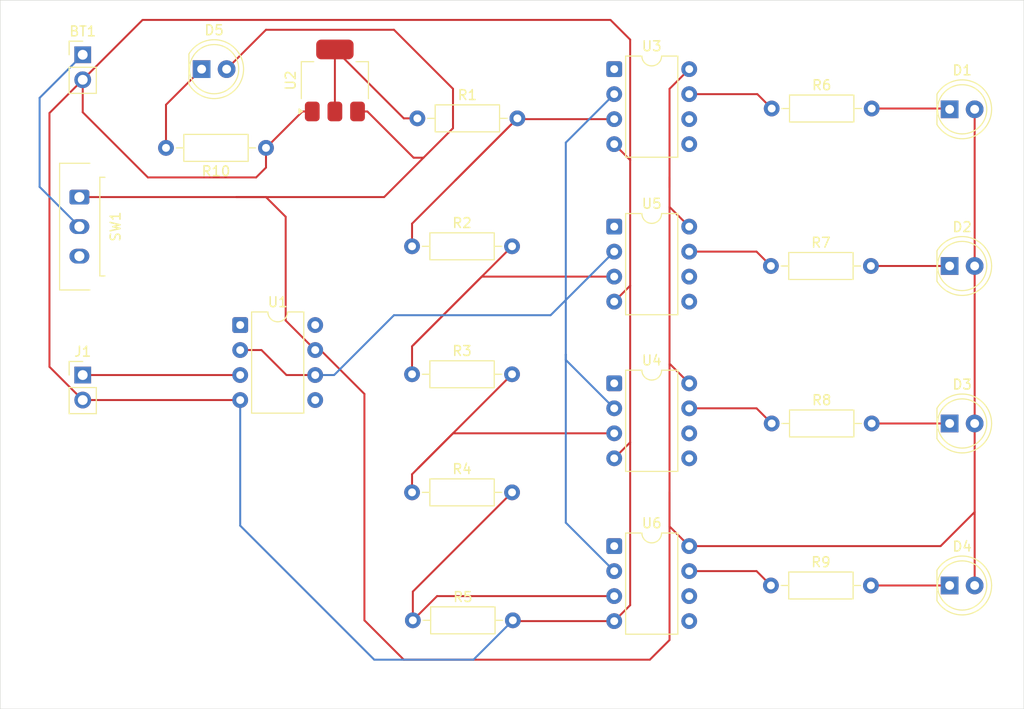
<source format=kicad_pcb>
(kicad_pcb (version 20241229) (generator "pcbnew") (generator_version "9.0")
  (layers (0 "F.Cu" signal) (2 "B.Cu" signal) (13 "F.Paste" user) (15 "B.Paste" user) (5 "F.SilkS" user "F.Silkscreen") (7 "B.SilkS" user "B.Silkscreen") (1 "F.Mask" user) (3 "B.Mask" user) (25 "Edge.Cuts" user))
  (net 0 "")
  (net 1 "+3V0")
  (net 2 "GND")
  (net 3 "Net-(D1-K)")
  (net 4 "Net-(D2-K)")
  (net 5 "Net-(D3-K)")
  (net 6 "Net-(D4-K)")
  (net 7 "Net-(U3--)")
  (net 8 "Net-(U2-VO)")
  (net 9 "Net-(U1--)")
  (net 10 "Net-(U6--)")
  (net 11 "Net-(R6-Pad1)")
  (net 12 "Net-(R7-Pad1)")
  (net 13 "Net-(R8-Pad1)")
  (net 14 "Net-(R9-Pad1)")
  (net 30 "Net-(J1-Pin_1)")
  (net 31 "Net-(U5--)")
  (net 32 "Net-(U4--)")
  (net 33 "Net-(D5-K)")
  (net 34 "Net-(BT1-+)")
  (footprint "LED_THT:LED_D5.0mm" (layer "F.Cu") (at 164.46 76.08)
    (property "Reference" "D1" (at 1.27 -3.96 0) (layer "F.SilkS"))
    (property "Value" "1.5V")
    (fp_line (start -1.29 -1.545) (end -1.29 1.545) (stroke (width 0.12)) (layer "F.SilkS"))
    (fp_arc (start -1.29 -1.54483) (mid 2.071779 -2.880495) (end 4.26 0) (stroke (width 0.12)) (layer "F.SilkS"))
    (fp_arc (start 4.26 0) (mid 2.071779 2.880495) (end -1.29 1.54483) (stroke (width 0.12)) (layer "F.SilkS"))
    (fp_circle (center 1.27 0) (end 3.77 0) (stroke (width 0.12)) (fill no) (layer "F.SilkS"))
    (pad "1" thru_hole rect (at 0 0) (size 1.8 1.8) (drill 0.9) (layers "*.Cu" "*.Mask") (net 3 "Net-(D1-K)"))
    (pad "2" thru_hole circle (at 2.54 0) (size 1.8 1.8) (drill 0.9) (layers "*.Cu" "*.Mask") (net 1 "+3V0"))
  )
  (footprint "Package_DIP:DIP-8_W7.62mm" (layer "F.Cu") (at 92.38 98)
    (property "Reference" "U1" (at 3.81 -2.33 0) (layer "F.SilkS"))
    (property "Value" "LM741")
    (fp_line (start 1.16 -1.33) (end 1.16 8.95) (stroke (width 0.12)) (layer "F.SilkS"))
    (fp_line (start 1.16 8.95) (end 6.46 8.95) (stroke (width 0.12)) (layer "F.SilkS"))
    (fp_line (start 2.81 -1.33) (end 1.16 -1.33) (stroke (width 0.12)) (layer "F.SilkS"))
    (fp_line (start 6.46 -1.33) (end 4.81 -1.33) (stroke (width 0.12)) (layer "F.SilkS"))
    (fp_line (start 6.46 8.95) (end 6.46 -1.33) (stroke (width 0.12)) (layer "F.SilkS"))
    (fp_arc (start 4.81 -1.33) (mid 3.81 -0.33) (end 2.81 -1.33) (stroke (width 0.12)) (layer "F.SilkS"))
    (pad "1" thru_hole roundrect (at 0 0) (size 1.6 1.6) (drill 0.8) (layers "*.Cu" "*.Mask") (roundrect_rratio 0.15625))
    (pad "2" thru_hole circle (at 0 2.54) (size 1.6 1.6) (drill 0.8) (layers "*.Cu" "*.Mask") (net 9 "Net-(U1--)"))
    (pad "3" thru_hole circle (at 0 5.08) (size 1.6 1.6) (drill 0.8) (layers "*.Cu" "*.Mask") (net 30 "Net-(J1-Pin_1)"))
    (pad "4" thru_hole circle (at 0 7.62) (size 1.6 1.6) (drill 0.8) (layers "*.Cu" "*.Mask") (net 2 "GND"))
    (pad "5" thru_hole circle (at 7.62 7.62) (size 1.6 1.6) (drill 0.8) (layers "*.Cu" "*.Mask"))
    (pad "6" thru_hole circle (at 7.62 5.08) (size 1.6 1.6) (drill 0.8) (layers "*.Cu" "*.Mask") (net 9 "Net-(U1--)"))
    (pad "7" thru_hole circle (at 7.62 2.54) (size 1.6 1.6) (drill 0.8) (layers "*.Cu" "*.Mask") (net 1 "+3V0"))
    (pad "8" thru_hole circle (at 7.62 0) (size 1.6 1.6) (drill 0.8) (layers "*.Cu" "*.Mask"))
  )
  (footprint "Resistor_THT:R_Axial_DIN0207_L6.3mm_D2.5mm_P10.16mm_Horizontal" (layer "F.Cu") (at 95 80 180)
    (property "Reference" "R10" (at 5.08 -2.37 0) (layer "F.SilkS"))
    (property "Value" "1k")
    (fp_line (start 9.12 0) (end 8.35 0) (stroke (width 0.12)) (layer "F.SilkS"))
    (fp_line (start 1.04 0) (end 1.81 0) (stroke (width 0.12)) (layer "F.SilkS"))
    (fp_rect (start 1.81 -1.37) (end 8.35 1.37) (stroke (width 0.12)) (fill no) (layer "F.SilkS"))
    (pad "1" thru_hole circle (at 0 0 180) (size 1.6 1.6) (drill 0.8) (layers "*.Cu" "*.Mask") (net 2 "GND"))
    (pad "2" thru_hole circle (at 10.16 0 180) (size 1.6 1.6) (drill 0.8) (layers "*.Cu" "*.Mask") (net 33 "Net-(D5-K)"))
  )
  (footprint "Resistor_THT:R_Axial_DIN0207_L6.3mm_D2.5mm_P10.16mm_Horizontal" (layer "F.Cu") (at 109.84 90)
    (property "Reference" "R2" (at 5.08 -2.37 0) (layer "F.SilkS"))
    (property "Value" "1k")
    (fp_line (start 1.04 0) (end 1.81 0) (stroke (width 0.12)) (layer "F.SilkS"))
    (fp_line (start 9.12 0) (end 8.35 0) (stroke (width 0.12)) (layer "F.SilkS"))
    (fp_rect (start 1.81 -1.37) (end 8.35 1.37) (stroke (width 0.12)) (fill no) (layer "F.SilkS"))
    (pad "1" thru_hole circle (at 0 0) (size 1.6 1.6) (drill 0.8) (layers "*.Cu" "*.Mask") (net 7 "Net-(U3--)"))
    (pad "2" thru_hole circle (at 10.16 0) (size 1.6 1.6) (drill 0.8) (layers "*.Cu" "*.Mask") (net 31 "Net-(U5--)"))
  )
  (footprint "Resistor_THT:R_Axial_DIN0207_L6.3mm_D2.5mm_P10.16mm_Horizontal" (layer "F.Cu") (at 109.84 103)
    (property "Reference" "R3" (at 5.08 -2.37 0) (layer "F.SilkS"))
    (property "Value" "1k")
    (fp_line (start 1.04 0) (end 1.81 0) (stroke (width 0.12)) (layer "F.SilkS"))
    (fp_line (start 9.12 0) (end 8.35 0) (stroke (width 0.12)) (layer "F.SilkS"))
    (fp_rect (start 1.81 -1.37) (end 8.35 1.37) (stroke (width 0.12)) (fill no) (layer "F.SilkS"))
    (pad "1" thru_hole circle (at 0 0) (size 1.6 1.6) (drill 0.8) (layers "*.Cu" "*.Mask") (net 31 "Net-(U5--)"))
    (pad "2" thru_hole circle (at 10.16 0) (size 1.6 1.6) (drill 0.8) (layers "*.Cu" "*.Mask") (net 32 "Net-(U4--)"))
  )
  (footprint "LED_THT:LED_D5.0mm" (layer "F.Cu") (at 164.46 124.46)
    (property "Reference" "D4" (at 1.27 -3.96 0) (layer "F.SilkS"))
    (property "Value" "1.2V")
    (fp_line (start -1.29 -1.545) (end -1.29 1.545) (stroke (width 0.12)) (layer "F.SilkS"))
    (fp_arc (start -1.29 -1.54483) (mid 2.071779 -2.880495) (end 4.26 0) (stroke (width 0.12)) (layer "F.SilkS"))
    (fp_arc (start 4.26 0) (mid 2.071779 2.880495) (end -1.29 1.54483) (stroke (width 0.12)) (layer "F.SilkS"))
    (fp_circle (center 1.27 0) (end 3.77 0) (stroke (width 0.12)) (fill no) (layer "F.SilkS"))
    (pad "1" thru_hole rect (at 0 0) (size 1.8 1.8) (drill 0.9) (layers "*.Cu" "*.Mask") (net 6 "Net-(D4-K)"))
    (pad "2" thru_hole circle (at 2.54 0) (size 1.8 1.8) (drill 0.9) (layers "*.Cu" "*.Mask") (net 1 "+3V0"))
  )
  (footprint "Resistor_THT:R_Axial_DIN0207_L6.3mm_D2.5mm_P10.16mm_Horizontal" (layer "F.Cu") (at 146.3 124.46)
    (property "Reference" "R9" (at 5.08 -2.37 0) (layer "F.SilkS"))
    (property "Value" "1k")
    (fp_line (start 1.04 0) (end 1.81 0) (stroke (width 0.12)) (layer "F.SilkS"))
    (fp_line (start 9.12 0) (end 8.35 0) (stroke (width 0.12)) (layer "F.SilkS"))
    (fp_rect (start 1.81 -1.37) (end 8.35 1.37) (stroke (width 0.12)) (fill no) (layer "F.SilkS"))
    (pad "1" thru_hole circle (at 0 0) (size 1.6 1.6) (drill 0.8) (layers "*.Cu" "*.Mask") (net 14 "Net-(R9-Pad1)"))
    (pad "2" thru_hole circle (at 10.16 0) (size 1.6 1.6) (drill 0.8) (layers "*.Cu" "*.Mask") (net 6 "Net-(D4-K)"))
  )
  (footprint "LED_THT:LED_D5.0mm" (layer "F.Cu") (at 164.46 92)
    (property "Reference" "D2" (at 1.27 -3.96 0) (layer "F.SilkS"))
    (property "Value" "1.4V")
    (fp_line (start -1.29 -1.545) (end -1.29 1.545) (stroke (width 0.12)) (layer "F.SilkS"))
    (fp_arc (start -1.29 -1.54483) (mid 2.071779 -2.880495) (end 4.26 0) (stroke (width 0.12)) (layer "F.SilkS"))
    (fp_arc (start 4.26 0) (mid 2.071779 2.880495) (end -1.29 1.54483) (stroke (width 0.12)) (layer "F.SilkS"))
    (fp_circle (center 1.27 0) (end 3.77 0) (stroke (width 0.12)) (fill no) (layer "F.SilkS"))
    (pad "1" thru_hole rect (at 0 0) (size 1.8 1.8) (drill 0.9) (layers "*.Cu" "*.Mask") (net 4 "Net-(D2-K)"))
    (pad "2" thru_hole circle (at 2.54 0) (size 1.8 1.8) (drill 0.9) (layers "*.Cu" "*.Mask") (net 1 "+3V0"))
  )
  (footprint "Resistor_THT:R_Axial_DIN0207_L6.3mm_D2.5mm_P10.16mm_Horizontal" (layer "F.Cu") (at 146.38 76)
    (property "Reference" "R6" (at 5.08 -2.37 0) (layer "F.SilkS"))
    (property "Value" "1k")
    (fp_line (start 1.04 0) (end 1.81 0) (stroke (width 0.12)) (layer "F.SilkS"))
    (fp_line (start 9.12 0) (end 8.35 0) (stroke (width 0.12)) (layer "F.SilkS"))
    (fp_rect (start 1.81 -1.37) (end 8.35 1.37) (stroke (width 0.12)) (fill no) (layer "F.SilkS"))
    (pad "1" thru_hole circle (at 0 0) (size 1.6 1.6) (drill 0.8) (layers "*.Cu" "*.Mask") (net 11 "Net-(R6-Pad1)"))
    (pad "2" thru_hole circle (at 10.16 0) (size 1.6 1.6) (drill 0.8) (layers "*.Cu" "*.Mask") (net 3 "Net-(D1-K)"))
  )
  (footprint "Resistor_THT:R_Axial_DIN0207_L6.3mm_D2.5mm_P10.16mm_Horizontal" (layer "F.Cu") (at 146.3 92)
    (property "Reference" "R7" (at 5.08 -2.37 0) (layer "F.SilkS"))
    (property "Value" "1k")
    (fp_line (start 1.04 0) (end 1.81 0) (stroke (width 0.12)) (layer "F.SilkS"))
    (fp_line (start 9.12 0) (end 8.35 0) (stroke (width 0.12)) (layer "F.SilkS"))
    (fp_rect (start 1.81 -1.37) (end 8.35 1.37) (stroke (width 0.12)) (fill no) (layer "F.SilkS"))
    (pad "1" thru_hole circle (at 0 0) (size 1.6 1.6) (drill 0.8) (layers "*.Cu" "*.Mask") (net 12 "Net-(R7-Pad1)"))
    (pad "2" thru_hole circle (at 10.16 0) (size 1.6 1.6) (drill 0.8) (layers "*.Cu" "*.Mask") (net 4 "Net-(D2-K)"))
  )
  (footprint "Connector_PinHeader_2.54mm:PinHeader_1x02_P2.54mm_Vertical" (layer "F.Cu") (at 76.38 103.08)
    (property "Reference" "J1" (at 0 -2.38 0) (layer "F.SilkS"))
    (property "Value" "Conn_01x02_Pin")
    (fp_line (start -1.38 -1.38) (end 0 -1.38) (stroke (width 0.12)) (layer "F.SilkS"))
    (fp_line (start -1.38 0) (end -1.38 -1.38) (stroke (width 0.12)) (layer "F.SilkS"))
    (fp_line (start -1.38 1.27) (end -1.38 3.92) (stroke (width 0.12)) (layer "F.SilkS"))
    (fp_line (start -1.38 1.27) (end 1.38 1.27) (stroke (width 0.12)) (layer "F.SilkS"))
    (fp_line (start -1.38 3.92) (end 1.38 3.92) (stroke (width 0.12)) (layer "F.SilkS"))
    (fp_line (start 1.38 1.27) (end 1.38 3.92) (stroke (width 0.12)) (layer "F.SilkS"))
    (pad "1" thru_hole rect (at 0 0) (size 1.7 1.7) (drill 1) (layers "*.Cu" "*.Mask") (net 30 "Net-(J1-Pin_1)"))
    (pad "2" thru_hole circle (at 0 2.54) (size 1.7 1.7) (drill 1) (layers "*.Cu" "*.Mask") (net 2 "GND"))
  )
  (footprint "Package_DIP:DIP-8_W7.62mm" (layer "F.Cu") (at 130.38 72)
    (property "Reference" "U3" (at 3.81 -2.33 0) (layer "F.SilkS"))
    (property "Value" "LM311")
    (fp_line (start 1.16 -1.33) (end 1.16 8.95) (stroke (width 0.12)) (layer "F.SilkS"))
    (fp_line (start 1.16 8.95) (end 6.46 8.95) (stroke (width 0.12)) (layer "F.SilkS"))
    (fp_line (start 2.81 -1.33) (end 1.16 -1.33) (stroke (width 0.12)) (layer "F.SilkS"))
    (fp_line (start 6.46 -1.33) (end 4.81 -1.33) (stroke (width 0.12)) (layer "F.SilkS"))
    (fp_line (start 6.46 8.95) (end 6.46 -1.33) (stroke (width 0.12)) (layer "F.SilkS"))
    (fp_arc (start 4.81 -1.33) (mid 3.81 -0.33) (end 2.81 -1.33) (stroke (width 0.12)) (layer "F.SilkS"))
    (pad "1" thru_hole roundrect (at 0 0) (size 1.6 1.6) (drill 0.8) (layers "*.Cu" "*.Mask") (roundrect_rratio 0.15625))
    (pad "2" thru_hole circle (at 0 2.54) (size 1.6 1.6) (drill 0.8) (layers "*.Cu" "*.Mask") (net 9 "Net-(U1--)"))
    (pad "3" thru_hole circle (at 0 5.08) (size 1.6 1.6) (drill 0.8) (layers "*.Cu" "*.Mask") (net 7 "Net-(U3--)"))
    (pad "4" thru_hole circle (at 0 7.62) (size 1.6 1.6) (drill 0.8) (layers "*.Cu" "*.Mask") (net 2 "GND"))
    (pad "5" thru_hole circle (at 7.62 7.62) (size 1.6 1.6) (drill 0.8) (layers "*.Cu" "*.Mask"))
    (pad "6" thru_hole circle (at 7.62 5.08) (size 1.6 1.6) (drill 0.8) (layers "*.Cu" "*.Mask"))
    (pad "7" thru_hole circle (at 7.62 2.54) (size 1.6 1.6) (drill 0.8) (layers "*.Cu" "*.Mask") (net 11 "Net-(R6-Pad1)"))
    (pad "8" thru_hole circle (at 7.62 0) (size 1.6 1.6) (drill 0.8) (layers "*.Cu" "*.Mask") (net 1 "+3V0"))
  )
  (footprint "Resistor_THT:R_Axial_DIN0207_L6.3mm_D2.5mm_P10.16mm_Horizontal" (layer "F.Cu") (at 109.92 128)
    (property "Reference" "R5" (at 5.08 -2.37 0) (layer "F.SilkS"))
    (property "Value" "12k")
    (fp_line (start 1.04 0) (end 1.81 0) (stroke (width 0.12)) (layer "F.SilkS"))
    (fp_line (start 9.12 0) (end 8.35 0) (stroke (width 0.12)) (layer "F.SilkS"))
    (fp_rect (start 1.81 -1.37) (end 8.35 1.37) (stroke (width 0.12)) (fill no) (layer "F.SilkS"))
    (pad "1" thru_hole circle (at 0 0) (size 1.6 1.6) (drill 0.8) (layers "*.Cu" "*.Mask") (net 10 "Net-(U6--)"))
    (pad "2" thru_hole circle (at 10.16 0) (size 1.6 1.6) (drill 0.8) (layers "*.Cu" "*.Mask") (net 2 "GND"))
  )
  (footprint "Package_DIP:DIP-8_W7.62mm" (layer "F.Cu") (at 130.38 88)
    (property "Reference" "U5" (at 3.81 -2.33 0) (layer "F.SilkS"))
    (property "Value" "LM311")
    (fp_line (start 1.16 -1.33) (end 1.16 8.95) (stroke (width 0.12)) (layer "F.SilkS"))
    (fp_line (start 1.16 8.95) (end 6.46 8.95) (stroke (width 0.12)) (layer "F.SilkS"))
    (fp_line (start 2.81 -1.33) (end 1.16 -1.33) (stroke (width 0.12)) (layer "F.SilkS"))
    (fp_line (start 6.46 -1.33) (end 4.81 -1.33) (stroke (width 0.12)) (layer "F.SilkS"))
    (fp_line (start 6.46 8.95) (end 6.46 -1.33) (stroke (width 0.12)) (layer "F.SilkS"))
    (fp_arc (start 4.81 -1.33) (mid 3.81 -0.33) (end 2.81 -1.33) (stroke (width 0.12)) (layer "F.SilkS"))
    (pad "1" thru_hole roundrect (at 0 0) (size 1.6 1.6) (drill 0.8) (layers "*.Cu" "*.Mask") (roundrect_rratio 0.15625))
    (pad "2" thru_hole circle (at 0 2.54) (size 1.6 1.6) (drill 0.8) (layers "*.Cu" "*.Mask") (net 9 "Net-(U1--)"))
    (pad "3" thru_hole circle (at 0 5.08) (size 1.6 1.6) (drill 0.8) (layers "*.Cu" "*.Mask") (net 31 "Net-(U5--)"))
    (pad "4" thru_hole circle (at 0 7.62) (size 1.6 1.6) (drill 0.8) (layers "*.Cu" "*.Mask") (net 2 "GND"))
    (pad "5" thru_hole circle (at 7.62 7.62) (size 1.6 1.6) (drill 0.8) (layers "*.Cu" "*.Mask"))
    (pad "6" thru_hole circle (at 7.62 5.08) (size 1.6 1.6) (drill 0.8) (layers "*.Cu" "*.Mask"))
    (pad "7" thru_hole circle (at 7.62 2.54) (size 1.6 1.6) (drill 0.8) (layers "*.Cu" "*.Mask") (net 12 "Net-(R7-Pad1)"))
    (pad "8" thru_hole circle (at 7.62 0) (size 1.6 1.6) (drill 0.8) (layers "*.Cu" "*.Mask") (net 1 "+3V0"))
  )
  (footprint "Resistor_THT:R_Axial_DIN0207_L6.3mm_D2.5mm_P10.16mm_Horizontal" (layer "F.Cu") (at 110.38 77)
    (property "Reference" "R1" (at 5.08 -2.37 0) (layer "F.SilkS"))
    (property "Value" "3k")
    (fp_line (start 1.04 0) (end 1.81 0) (stroke (width 0.12)) (layer "F.SilkS"))
    (fp_line (start 9.12 0) (end 8.35 0) (stroke (width 0.12)) (layer "F.SilkS"))
    (fp_rect (start 1.81 -1.37) (end 8.35 1.37) (stroke (width 0.12)) (fill no) (layer "F.SilkS"))
    (pad "1" thru_hole circle (at 0 0) (size 1.6 1.6) (drill 0.8) (layers "*.Cu" "*.Mask") (net 8 "Net-(U2-VO)"))
    (pad "2" thru_hole circle (at 10.16 0) (size 1.6 1.6) (drill 0.8) (layers "*.Cu" "*.Mask") (net 7 "Net-(U3--)"))
  )
  (footprint "Resistor_THT:R_Axial_DIN0207_L6.3mm_D2.5mm_P10.16mm_Horizontal" (layer "F.Cu") (at 146.38 108)
    (property "Reference" "R8" (at 5.08 -2.37 0) (layer "F.SilkS"))
    (property "Value" "1k")
    (fp_line (start 1.04 0) (end 1.81 0) (stroke (width 0.12)) (layer "F.SilkS"))
    (fp_line (start 9.12 0) (end 8.35 0) (stroke (width 0.12)) (layer "F.SilkS"))
    (fp_rect (start 1.81 -1.37) (end 8.35 1.37) (stroke (width 0.12)) (fill no) (layer "F.SilkS"))
    (pad "1" thru_hole circle (at 0 0) (size 1.6 1.6) (drill 0.8) (layers "*.Cu" "*.Mask") (net 13 "Net-(R8-Pad1)"))
    (pad "2" thru_hole circle (at 10.16 0) (size 1.6 1.6) (drill 0.8) (layers "*.Cu" "*.Mask") (net 5 "Net-(D3-K)"))
  )
  (footprint "Package_DIP:DIP-8_W7.62mm" (layer "F.Cu") (at 130.38 103.92)
    (property "Reference" "U4" (at 3.81 -2.33 0) (layer "F.SilkS"))
    (property "Value" "LM311")
    (fp_line (start 1.16 -1.33) (end 1.16 8.95) (stroke (width 0.12)) (layer "F.SilkS"))
    (fp_line (start 1.16 8.95) (end 6.46 8.95) (stroke (width 0.12)) (layer "F.SilkS"))
    (fp_line (start 2.81 -1.33) (end 1.16 -1.33) (stroke (width 0.12)) (layer "F.SilkS"))
    (fp_line (start 6.46 -1.33) (end 4.81 -1.33) (stroke (width 0.12)) (layer "F.SilkS"))
    (fp_line (start 6.46 8.95) (end 6.46 -1.33) (stroke (width 0.12)) (layer "F.SilkS"))
    (fp_arc (start 4.81 -1.33) (mid 3.81 -0.33) (end 2.81 -1.33) (stroke (width 0.12)) (layer "F.SilkS"))
    (pad "1" thru_hole roundrect (at 0 0) (size 1.6 1.6) (drill 0.8) (layers "*.Cu" "*.Mask") (roundrect_rratio 0.15625))
    (pad "2" thru_hole circle (at 0 2.54) (size 1.6 1.6) (drill 0.8) (layers "*.Cu" "*.Mask") (net 9 "Net-(U1--)"))
    (pad "3" thru_hole circle (at 0 5.08) (size 1.6 1.6) (drill 0.8) (layers "*.Cu" "*.Mask") (net 32 "Net-(U4--)"))
    (pad "4" thru_hole circle (at 0 7.62) (size 1.6 1.6) (drill 0.8) (layers "*.Cu" "*.Mask") (net 2 "GND"))
    (pad "5" thru_hole circle (at 7.62 7.62) (size 1.6 1.6) (drill 0.8) (layers "*.Cu" "*.Mask"))
    (pad "6" thru_hole circle (at 7.62 5.08) (size 1.6 1.6) (drill 0.8) (layers "*.Cu" "*.Mask"))
    (pad "7" thru_hole circle (at 7.62 2.54) (size 1.6 1.6) (drill 0.8) (layers "*.Cu" "*.Mask") (net 13 "Net-(R8-Pad1)"))
    (pad "8" thru_hole circle (at 7.62 0) (size 1.6 1.6) (drill 0.8) (layers "*.Cu" "*.Mask") (net 1 "+3V0"))
  )
  (footprint "Connector_Molex:Molex_Micro-Fit_3.0_43650-0315_1x03_P3.00mm_Vertical" (layer "F.Cu") (at 76.04 85 -90)
    (property "Reference" "SW1" (at 3 -3.67 90) (layer "F.SilkS"))
    (property "Value" "SW_SPDT")
    (fp_line (start -3.435 2.01) (end 9.435 2.01) (stroke (width 0.12)) (layer "F.SilkS"))
    (fp_line (start 9.435 2.01) (end 9.435 -1.065) (stroke (width 0.12)) (layer "F.SilkS"))
    (fp_line (start -3.435 -1.065) (end -3.435 2.01) (stroke (width 0.12)) (layer "F.SilkS"))
    (fp_line (start -2.015 -2.08) (end 8.015 -2.08) (stroke (width 0.12)) (layer "F.SilkS"))
    (fp_line (start 8.015 -2.08) (end 8.015 -2.58) (stroke (width 0.12)) (layer "F.SilkS"))
    (fp_line (start -2.015 -2.58) (end -2.015 -2.08) (stroke (width 0.12)) (layer "F.SilkS"))
    (fp_line (start -1.995 -2.58) (end -2.015 -2.58) (stroke (width 0.12)) (layer "F.SilkS"))
    (fp_line (start 8.015 -2.58) (end 7.995 -2.58) (stroke (width 0.12)) (layer "F.SilkS"))
    (pad "" np_thru_hole circle (at -3 -1.96 270) (size 1.27 1.27) (drill 1.27) (layers "*.Cu" "*.Mask"))
    (pad "" np_thru_hole circle (at 9 -1.96 270) (size 1.27 1.27) (drill 1.27) (layers "*.Cu" "*.Mask"))
    (pad "1" thru_hole roundrect (at 0 0 270) (size 1.5 2.02) (drill 1.02) (layers "*.Cu" "*.Mask") (roundrect_rratio 0.166667) (net 1 "+3V0"))
    (pad "2" thru_hole oval (at 3 0 270) (size 1.5 2.02) (drill 1.02) (layers "*.Cu" "*.Mask") (net 34 "Net-(BT1-+)"))
    (pad "3" thru_hole oval (at 6 0 270) (size 1.5 2.02) (drill 1.02) (layers "*.Cu" "*.Mask"))
  )
  (footprint "Package_DIP:DIP-8_W7.62mm" (layer "F.Cu") (at 130.38 120.46)
    (property "Reference" "U6" (at 3.81 -2.33 0) (layer "F.SilkS"))
    (property "Value" "LM311")
    (fp_line (start 1.16 -1.33) (end 1.16 8.95) (stroke (width 0.12)) (layer "F.SilkS"))
    (fp_line (start 1.16 8.95) (end 6.46 8.95) (stroke (width 0.12)) (layer "F.SilkS"))
    (fp_line (start 2.81 -1.33) (end 1.16 -1.33) (stroke (width 0.12)) (layer "F.SilkS"))
    (fp_line (start 6.46 -1.33) (end 4.81 -1.33) (stroke (width 0.12)) (layer "F.SilkS"))
    (fp_line (start 6.46 8.95) (end 6.46 -1.33) (stroke (width 0.12)) (layer "F.SilkS"))
    (fp_arc (start 4.81 -1.33) (mid 3.81 -0.33) (end 2.81 -1.33) (stroke (width 0.12)) (layer "F.SilkS"))
    (pad "1" thru_hole roundrect (at 0 0) (size 1.6 1.6) (drill 0.8) (layers "*.Cu" "*.Mask") (roundrect_rratio 0.15625))
    (pad "2" thru_hole circle (at 0 2.54) (size 1.6 1.6) (drill 0.8) (layers "*.Cu" "*.Mask") (net 9 "Net-(U1--)"))
    (pad "3" thru_hole circle (at 0 5.08) (size 1.6 1.6) (drill 0.8) (layers "*.Cu" "*.Mask") (net 10 "Net-(U6--)"))
    (pad "4" thru_hole circle (at 0 7.62) (size 1.6 1.6) (drill 0.8) (layers "*.Cu" "*.Mask") (net 2 "GND"))
    (pad "5" thru_hole circle (at 7.62 7.62) (size 1.6 1.6) (drill 0.8) (layers "*.Cu" "*.Mask"))
    (pad "6" thru_hole circle (at 7.62 5.08) (size 1.6 1.6) (drill 0.8) (layers "*.Cu" "*.Mask"))
    (pad "7" thru_hole circle (at 7.62 2.54) (size 1.6 1.6) (drill 0.8) (layers "*.Cu" "*.Mask") (net 14 "Net-(R9-Pad1)"))
    (pad "8" thru_hole circle (at 7.62 0) (size 1.6 1.6) (drill 0.8) (layers "*.Cu" "*.Mask") (net 1 "+3V0"))
  )
  (footprint "LED_THT:LED_D5.0mm" (layer "F.Cu") (at 88.46 72)
    (property "Reference" "D5" (at 1.27 -3.96 0) (layer "F.SilkS"))
    (property "Value" "PWR")
    (fp_line (start -1.29 -1.545) (end -1.29 1.545) (stroke (width 0.12)) (layer "F.SilkS"))
    (fp_arc (start -1.29 -1.54483) (mid 2.071779 -2.880495) (end 4.26 0) (stroke (width 0.12)) (layer "F.SilkS"))
    (fp_arc (start 4.26 0) (mid 2.071779 2.880495) (end -1.29 1.54483) (stroke (width 0.12)) (layer "F.SilkS"))
    (fp_circle (center 1.27 0) (end 3.77 0) (stroke (width 0.12)) (fill no) (layer "F.SilkS"))
    (pad "1" thru_hole rect (at 0 0) (size 1.8 1.8) (drill 0.9) (layers "*.Cu" "*.Mask") (net 33 "Net-(D5-K)"))
    (pad "2" thru_hole circle (at 2.54 0) (size 1.8 1.8) (drill 0.9) (layers "*.Cu" "*.Mask") (net 1 "+3V0"))
  )
  (footprint "Connector_PinHeader_2.54mm:PinHeader_1x02_P2.54mm_Vertical" (layer "F.Cu") (at 76.38 70.54)
    (property "Reference" "BT1" (at 0 -2.38 0) (layer "F.SilkS"))
    (property "Value" "Battery")
    (fp_line (start -1.38 -1.38) (end 0 -1.38) (stroke (width 0.12)) (layer "F.SilkS"))
    (fp_line (start -1.38 0) (end -1.38 -1.38) (stroke (width 0.12)) (layer "F.SilkS"))
    (fp_line (start -1.38 1.27) (end -1.38 3.92) (stroke (width 0.12)) (layer "F.SilkS"))
    (fp_line (start -1.38 1.27) (end 1.38 1.27) (stroke (width 0.12)) (layer "F.SilkS"))
    (fp_line (start -1.38 3.92) (end 1.38 3.92) (stroke (width 0.12)) (layer "F.SilkS"))
    (fp_line (start 1.38 1.27) (end 1.38 3.92) (stroke (width 0.12)) (layer "F.SilkS"))
    (pad "1" thru_hole rect (at 0 0) (size 1.7 1.7) (drill 1) (layers "*.Cu" "*.Mask") (net 34 "Net-(BT1-+)"))
    (pad "2" thru_hole circle (at 0 2.54) (size 1.7 1.7) (drill 1) (layers "*.Cu" "*.Mask") (net 2 "GND"))
  )
  (footprint "LED_THT:LED_D5.0mm" (layer "F.Cu") (at 164.46 108)
    (property "Reference" "D3" (at 1.27 -3.96 0) (layer "F.SilkS"))
    (property "Value" "1.3V")
    (fp_line (start -1.29 -1.545) (end -1.29 1.545) (stroke (width 0.12)) (layer "F.SilkS"))
    (fp_arc (start -1.29 -1.54483) (mid 2.071779 -2.880495) (end 4.26 0) (stroke (width 0.12)) (layer "F.SilkS"))
    (fp_arc (start 4.26 0) (mid 2.071779 2.880495) (end -1.29 1.54483) (stroke (width 0.12)) (layer "F.SilkS"))
    (fp_circle (center 1.27 0) (end 3.77 0) (stroke (width 0.12)) (fill no) (layer "F.SilkS"))
    (pad "1" thru_hole rect (at 0 0) (size 1.8 1.8) (drill 0.9) (layers "*.Cu" "*.Mask") (net 5 "Net-(D3-K)"))
    (pad "2" thru_hole circle (at 2.54 0) (size 1.8 1.8) (drill 0.9) (layers "*.Cu" "*.Mask") (net 1 "+3V0"))
  )
  (footprint "Resistor_THT:R_Axial_DIN0207_L6.3mm_D2.5mm_P10.16mm_Horizontal" (layer "F.Cu") (at 109.84 115)
    (property "Reference" "R4" (at 5.08 -2.37 0) (layer "F.SilkS"))
    (property "Value" "1k")
    (fp_line (start 1.04 0) (end 1.81 0) (stroke (width 0.12)) (layer "F.SilkS"))
    (fp_line (start 9.12 0) (end 8.35 0) (stroke (width 0.12)) (layer "F.SilkS"))
    (fp_rect (start 1.81 -1.37) (end 8.35 1.37) (stroke (width 0.12)) (fill no) (layer "F.SilkS"))
    (pad "1" thru_hole circle (at 0 0) (size 1.6 1.6) (drill 0.8) (layers "*.Cu" "*.Mask") (net 32 "Net-(U4--)"))
    (pad "2" thru_hole circle (at 10.16 0) (size 1.6 1.6) (drill 0.8) (layers "*.Cu" "*.Mask") (net 10 "Net-(U6--)"))
  )
  (footprint "Package_TO_SOT_SMD:SOT-223-3_TabPin2" (layer "F.Cu") (at 102 73.15 90)
    (property "Reference" "U2" (at 0 -4.5 90) (layer "F.SilkS"))
    (property "Value" "LM1117MP-1.8")
    (fp_line (start 1.91 -3.41) (end 1.91 -2.15) (stroke (width 0.12)) (layer "F.SilkS"))
    (fp_line (start -1.85 -3.41) (end 1.91 -3.41) (stroke (width 0.12)) (layer "F.SilkS"))
    (fp_line (start 1.91 3.41) (end 1.91 2.15) (stroke (width 0.12)) (layer "F.SilkS"))
    (fp_line (start -1.85 3.41) (end 1.91 3.41) (stroke (width 0.12)) (layer "F.SilkS"))
    (fp_poly (pts (xy -3.13 -3.31) (xy -3.37 -3.64) (xy -2.89 -3.64) (xy -3.13 -3.31)) (stroke (width 0.12)) (fill yes) (layer "F.SilkS"))
    (pad "1" smd roundrect (at -3.15 -2.3 90) (size 2 1.5) (layers "F.Cu" "F.Mask" "F.Paste") (net 2 "GND"))
    (pad "2" smd roundrect (at -3.15 0 90) (size 2 1.5) (layers "F.Cu" "F.Mask" "F.Paste") (net 8 "Net-(U2-VO)"))
    (pad "2" smd roundrect (at 3.15 0 90) (size 2 3.8) (layers "F.Cu" "F.Mask" "F.Paste") (net 8 "Net-(U2-VO)"))
    (pad "3" smd roundrect (at -3.15 2.3 90) (size 2 1.5) (layers "F.Cu" "F.Mask" "F.Paste") (net 1 "+3V0"))
  )
  (gr_rect (start 68 65) (end 172 137) (stroke (width 0.05)) (fill no) (layer "Edge.Cuts"))
  (segment (start 136 83) (end 136 84) (width 0.2) (layer "F.Cu") (net 1))
  (segment (start 163.54 120.46) (end 167 117) (width 0.2) (layer "F.Cu") (net 1))
  (segment (start 95 68) (end 91 72) (width 0.2) (layer "F.Cu") (net 1))
  (segment (start 167 117) (end 167 124.46) (width 0.2) (layer "F.Cu") (net 1))
  (segment (start 138 120.46) (end 163.54 120.46) (width 0.2) (layer "F.Cu") (net 1))
  (segment (start 109 132) (end 134 132) (width 0.2) (layer "F.Cu") (net 1))
  (segment (start 134 132) (end 136 130) (width 0.2) (layer "F.Cu") (net 1))
  (segment (start 114 74) (end 108 68) (width 0.2) (layer "F.Cu") (net 1))
  (segment (start 92 85) (end 95 85) (width 0.2) (layer "F.Cu") (net 1))
  (segment (start 136 118.46) (end 136 115) (width 0.2) (layer "F.Cu") (net 1))
  (segment (start 110 81) (end 111 81) (width 0.2) (layer "F.Cu") (net 1))
  (segment (start 136 74) (end 138 72) (width 0.2) (layer "F.Cu") (net 1))
  (segment (start 100.46 101) (end 100 100.54) (width 0.2) (layer "F.Cu") (net 1))
  (segment (start 100 100.54) (end 100.54 100.54) (width 0.2) (layer "F.Cu") (net 1))
  (segment (start 108 68) (end 95 68) (width 0.2) (layer "F.Cu") (net 1))
  (segment (start 76.04 85) (end 92 85) (width 0.2) (layer "F.Cu") (net 1))
  (segment (start 138 88) (end 136 86) (width 0.2) (layer "F.Cu") (net 1))
  (segment (start 114 78) (end 114 74) (width 0.2) (layer "F.Cu") (net 1))
  (segment (start 136 115) (end 136 102) (width 0.2) (layer "F.Cu") (net 1))
  (segment (start 105.3 76.3) (end 110 81) (width 0.2) (layer "F.Cu") (net 1))
  (segment (start 136 83) (end 136 74) (width 0.2) (layer "F.Cu") (net 1))
  (segment (start 104.3 76.3) (end 105.3 76.3) (width 0.2) (layer "F.Cu") (net 1))
  (segment (start 167 76.08) (end 167 117) (width 0.2) (layer "F.Cu") (net 1))
  (segment (start 111 81) (end 114 78) (width 0.2) (layer "F.Cu") (net 1))
  (segment (start 107 85) (end 111 81) (width 0.2) (layer "F.Cu") (net 1))
  (segment (start 136 102) (end 136 86) (width 0.2) (layer "F.Cu") (net 1))
  (segment (start 95 85) (end 97 87) (width 0.2) (layer "F.Cu") (net 1))
  (segment (start 105 105) (end 105 128) (width 0.2) (layer "F.Cu") (net 1))
  (segment (start 92 85) (end 107 85) (width 0.2) (layer "F.Cu") (net 1))
  (segment (start 136.08 102) (end 138 103.92) (width 0.2) (layer "F.Cu") (net 1))
  (segment (start 136 86) (end 136 83) (width 0.2) (layer "F.Cu") (net 1))
  (segment (start 136 130) (end 136 115) (width 0.2) (layer "F.Cu") (net 1))
  (segment (start 105 128) (end 109 132) (width 0.2) (layer "F.Cu") (net 1))
  (segment (start 97 97.54) (end 100.46 101) (width 0.2) (layer "F.Cu") (net 1))
  (segment (start 97 87) (end 97 97.54) (width 0.2) (layer "F.Cu") (net 1))
  (segment (start 138 120.46) (end 136 118.46) (width 0.2) (layer "F.Cu") (net 1))
  (segment (start 100.54 100.54) (end 105 105) (width 0.2) (layer "F.Cu") (net 1))
  (segment (start 136 102) (end 136.08 102) (width 0.2) (layer "F.Cu") (net 1))
  (segment (start 132 81.24) (end 132 69) (width 0.2) (layer "F.Cu") (net 2))
  (segment (start 76.38 76.38) (end 83 83) (width 0.2) (layer "F.Cu") (net 2))
  (segment (start 132 109.92) (end 130.38 111.54) (width 0.2) (layer "F.Cu") (net 2))
  (segment (start 132 69) (end 130 67) (width 0.2) (layer "F.Cu") (net 2))
  (segment (start 73 76.46) (end 73 102.24) (width 0.2) (layer "F.Cu") (net 2))
  (segment (start 76.38 105.62) (end 92.38 105.62) (width 0.2) (layer "F.Cu") (net 2))
  (segment (start 98.7 76.3) (end 99.7 76.3) (width 0.2) (layer "F.Cu") (net 2))
  (segment (start 95 80) (end 98.7 76.3) (width 0.2) (layer "F.Cu") (net 2))
  (segment (start 82.46 67) (end 76.38 73.08) (width 0.2) (layer "F.Cu") (net 2))
  (segment (start 132 126.46) (end 130.38 128.08) (width 0.2) (layer "F.Cu") (net 2))
  (segment (start 120.16 128.08) (end 120.08 128) (width 0.2) (layer "F.Cu") (net 2))
  (segment (start 130.38 79.62) (end 132 81.24) (width 0.2) (layer "F.Cu") (net 2))
  (segment (start 73 102.24) (end 76.38 105.62) (width 0.2) (layer "F.Cu") (net 2))
  (segment (start 95 82) (end 95 80) (width 0.2) (layer "F.Cu") (net 2))
  (segment (start 94 83) (end 95 82) (width 0.2) (layer "F.Cu") (net 2))
  (segment (start 132 94) (end 130.38 95.62) (width 0.2) (layer "F.Cu") (net 2))
  (segment (start 132 94) (end 132 109.92) (width 0.2) (layer "F.Cu") (net 2))
  (segment (start 83 83) (end 94 83) (width 0.2) (layer "F.Cu") (net 2))
  (segment (start 132 109.92) (end 132 126.46) (width 0.2) (layer "F.Cu") (net 2))
  (segment (start 130 67) (end 82.46 67) (width 0.2) (layer "F.Cu") (net 2))
  (segment (start 130.38 128.08) (end 120.16 128.08) (width 0.2) (layer "F.Cu") (net 2))
  (segment (start 76.38 73.08) (end 73 76.46) (width 0.2) (layer "F.Cu") (net 2))
  (segment (start 132 81.24) (end 132 94) (width 0.2) (layer "F.Cu") (net 2))
  (segment (start 76.38 73.08) (end 76.38 76.38) (width 0.2) (layer "F.Cu") (net 2))
  (segment (start 116.08 132) (end 120.08 128) (width 0.2) (layer "B.Cu") (net 2))
  (segment (start 106 132) (end 116.08 132) (width 0.2) (layer "B.Cu") (net 2))
  (segment (start 92.38 118.38) (end 106 132) (width 0.2) (layer "B.Cu") (net 2))
  (segment (start 92.38 105.62) (end 92.38 118.38) (width 0.2) (layer "B.Cu") (net 2))
  (segment (start 164.38 76) (end 164.46 76.08) (width 0.2) (layer "F.Cu") (net 3))
  (segment (start 156.54 76) (end 164.38 76) (width 0.2) (layer "F.Cu") (net 3))
  (segment (start 156.46 92) (end 164.46 92) (width 0.2) (layer "F.Cu") (net 4))
  (segment (start 156.54 108) (end 164.46 108) (width 0.2) (layer "F.Cu") (net 5))
  (segment (start 156.46 124.46) (end 164.46 124.46) (width 0.2) (layer "F.Cu") (net 6))
  (segment (start 109.84 90) (end 109.84 87.7) (width 0.2) (layer "F.Cu") (net 7))
  (segment (start 120.46 77.08) (end 114.27 83.27) (width 0.2) (layer "F.Cu") (net 7))
  (segment (start 109.84 87.7) (end 114.27 83.27) (width 0.2) (layer "F.Cu") (net 7))
  (segment (start 114.27 83.27) (end 120.54 77) (width 0.2) (layer "F.Cu") (net 7))
  (segment (start 130.38 77.08) (end 120.46 77.08) (width 0.2) (layer "F.Cu") (net 7))
  (segment (start 102 70) (end 102 76.3) (width 0.2) (layer "F.Cu") (net 8))
  (segment (start 109 77) (end 102 70) (width 0.2) (layer "F.Cu") (net 8))
  (segment (start 110.38 77) (end 109 77) (width 0.2) (layer "F.Cu") (net 8))
  (segment (start 92.38 100.54) (end 94.54 100.54) (width 0.2) (layer "F.Cu") (net 9))
  (segment (start 94.54 100.54) (end 97.08 103.08) (width 0.2) (layer "F.Cu") (net 9))
  (segment (start 97.08 103.08) (end 100 103.08) (width 0.2) (layer "F.Cu") (net 9))
  (segment (start 125.46 101.54) (end 130.38 106.46) (width 0.2) (layer "B.Cu") (net 9))
  (segment (start 108 97) (end 123.92 97) (width 0.2) (layer "B.Cu") (net 9))
  (segment (start 125.46 95.46) (end 125.46 79.46) (width 0.2) (layer "B.Cu") (net 9))
  (segment (start 125.46 95.46) (end 125.46 101) (width 0.2) (layer "B.Cu") (net 9))
  (segment (start 123.92 97) (end 125.46 95.46) (width 0.2) (layer "B.Cu") (net 9))
  (segment (start 100 103.08) (end 101.92 103.08) (width 0.2) (layer "B.Cu") (net 9))
  (segment (start 125.46 95.46) (end 130.38 90.54) (width 0.2) (layer "B.Cu") (net 9))
  (segment (start 125.46 101) (end 125.46 118.08) (width 0.2) (layer "B.Cu") (net 9))
  (segment (start 101.92 103.08) (end 108 97) (width 0.2) (layer "B.Cu") (net 9))
  (segment (start 125.46 79.46) (end 130.38 74.54) (width 0.2) (layer "B.Cu") (net 9))
  (segment (start 125.46 101) (end 125.46 101.54) (width 0.2) (layer "B.Cu") (net 9))
  (segment (start 125.46 118.08) (end 130.38 123) (width 0.2) (layer "B.Cu") (net 9))
  (segment (start 109.92 128) (end 109.92 125.08) (width 0.2) (layer "F.Cu") (net 10))
  (segment (start 109.92 125.08) (end 120 115) (width 0.2) (layer "F.Cu") (net 10))
  (segment (start 112.38 125.54) (end 109.92 128) (width 0.2) (layer "F.Cu") (net 10))
  (segment (start 130.38 125.54) (end 112.38 125.54) (width 0.2) (layer "F.Cu") (net 10))
  (segment (start 144.92 74.54) (end 146.38 76) (width 0.2) (layer "F.Cu") (net 11))
  (segment (start 138 74.54) (end 144.92 74.54) (width 0.2) (layer "F.Cu") (net 11))
  (segment (start 138 90.54) (end 144.84 90.54) (width 0.2) (layer "F.Cu") (net 12))
  (segment (start 144.84 90.54) (end 146.3 92) (width 0.2) (layer "F.Cu") (net 12))
  (segment (start 144.84 106.46) (end 146.38 108) (width 0.2) (layer "F.Cu") (net 13))
  (segment (start 138 106.46) (end 144.84 106.46) (width 0.2) (layer "F.Cu") (net 13))
  (segment (start 138 123) (end 144.84 123) (width 0.2) (layer "F.Cu") (net 14))
  (segment (start 144.84 123) (end 146.3 124.46) (width 0.2) (layer "F.Cu") (net 14))
  (segment (start 92.38 103.08) (end 76.38 103.08) (width 0.2) (layer "F.Cu") (net 30))
  (segment (start 109.84 100.16) (end 110 100) (width 0.2) (layer "F.Cu") (net 31))
  (segment (start 130.38 93.08) (end 116.92 93.08) (width 0.2) (layer "F.Cu") (net 31))
  (segment (start 110 100) (end 120 90) (width 0.2) (layer "F.Cu") (net 31))
  (segment (start 116.92 93.08) (end 110 100) (width 0.2) (layer "F.Cu") (net 31))
  (segment (start 109.84 103) (end 109.84 100.16) (width 0.2) (layer "F.Cu") (net 31))
  (segment (start 130.38 109) (end 114 109) (width 0.2) (layer "F.Cu") (net 32))
  (segment (start 114 109) (end 110.5 112.5) (width 0.2) (layer "F.Cu") (net 32))
  (segment (start 109.84 113.16) (end 110.5 112.5) (width 0.2) (layer "F.Cu") (net 32))
  (segment (start 110.5 112.5) (end 120 103) (width 0.2) (layer "F.Cu") (net 32))
  (segment (start 109.84 115) (end 109.84 113.16) (width 0.2) (layer "F.Cu") (net 32))
  (segment (start 84.84 80) (end 84.84 75.62) (width 0.2) (layer "F.Cu") (net 33))
  (segment (start 84.84 75.62) (end 88.46 72) (width 0.2) (layer "F.Cu") (net 33))
  (segment (start 76.04 88) (end 72 83.96) (width 0.2) (layer "B.Cu") (net 34))
  (segment (start 72 74.92) (end 76.38 70.54) (width 0.2) (layer "B.Cu") (net 34))
  (segment (start 72 83.96) (end 72 74.92) (width 0.2) (layer "B.Cu") (net 34))
)
</source>
